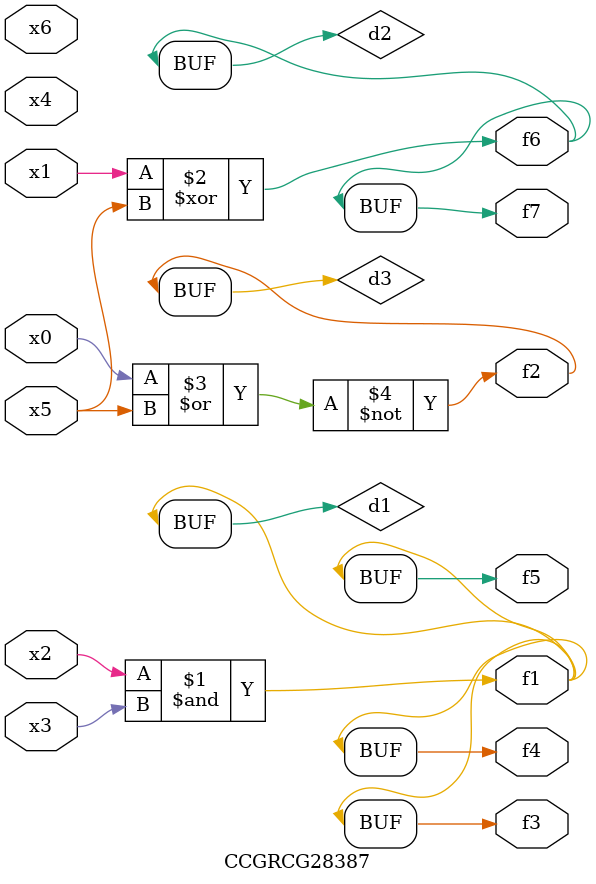
<source format=v>
module CCGRCG28387(
	input x0, x1, x2, x3, x4, x5, x6,
	output f1, f2, f3, f4, f5, f6, f7
);

	wire d1, d2, d3;

	and (d1, x2, x3);
	xor (d2, x1, x5);
	nor (d3, x0, x5);
	assign f1 = d1;
	assign f2 = d3;
	assign f3 = d1;
	assign f4 = d1;
	assign f5 = d1;
	assign f6 = d2;
	assign f7 = d2;
endmodule

</source>
